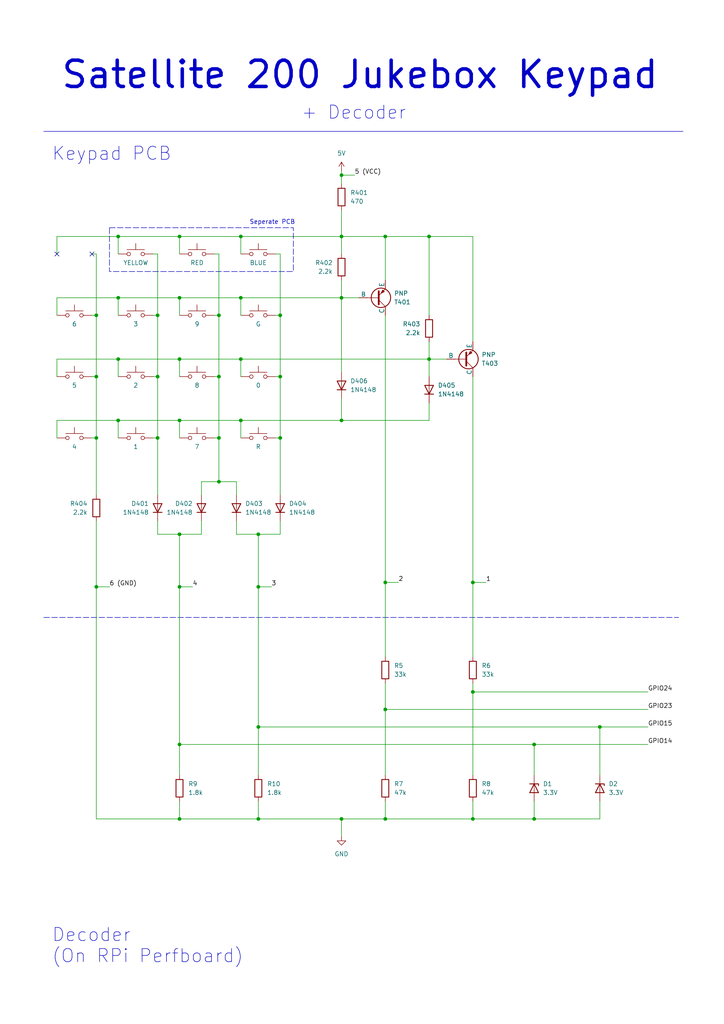
<source format=kicad_sch>
(kicad_sch (version 20250114) (generator "eeschema") (generator_version "9.0")
  (paper "A4" portrait)
  (lib_symbols
    (symbol "Device:D" (pin_numbers (hide yes)) (pin_names (offset 1.016) (hide yes))
      (property "Reference" "D" (at 0 2.54 0))
      (property "Value" "D" (at 0 -2.54 0))
      (symbol "D_0_1"
        (polyline (pts (xy -1.27 1.27) (xy -1.27 -1.27)) (stroke (width 0.254)))
        (polyline (pts (xy 1.27 1.27) (xy 1.27 -1.27) (xy -1.27 0) (xy 1.27 1.27)) (stroke (width 0.254)))
        (polyline (pts (xy 1.27 0) (xy -1.27 0)))
      )
      (symbol "D_1_1"
        (pin passive line (at -3.81 0 0) (length 2.54) (name "K") (number "1"))
        (pin passive line (at 3.81 0 180) (length 2.54) (name "A") (number "2"))
      )
    )
    (symbol "Device:D_Zener" (pin_numbers (hide yes)) (pin_names (offset 1.016) (hide yes))
      (property "Reference" "D" (at 0 2.54 0))
      (property "Value" "D_Zener" (at 0 -2.54 0))
      (symbol "D_Zener_0_1"
        (polyline (pts (xy -1.27 -1.27) (xy -1.27 1.27) (xy -0.762 1.27)) (stroke (width 0.254)))
        (polyline (pts (xy 1.27 0) (xy -1.27 0)))
        (polyline (pts (xy 1.27 -1.27) (xy 1.27 1.27) (xy -1.27 0) (xy 1.27 -1.27)) (stroke (width 0.254)))
      )
      (symbol "D_Zener_1_1"
        (pin passive line (at -3.81 0 0) (length 2.54) (name "K") (number "1"))
        (pin passive line (at 3.81 0 180) (length 2.54) (name "A") (number "2"))
      )
    )
    (symbol "Device:R" (pin_numbers (hide yes)) (pin_names (offset 0))
      (property "Reference" "R" (at 2.032 0 90))
      (property "Value" "R" (at 0 0 90))
      (symbol "R_0_1"
        (rectangle (start -1.016 -2.54) (end 1.016 2.54) (stroke (width 0.254)))
      )
      (symbol "R_1_1"
        (pin passive line (at 0 3.81 270) (length 1.27) (name "~") (number "1"))
        (pin passive line (at 0 -3.81 90) (length 1.27) (name "~") (number "2"))
      )
    )
    (symbol "Simulation_SPICE:PNP" (pin_numbers (hide yes)) (pin_names (offset 0))
      (property "Reference" "Q" (at -2.54 7.62 0))
      (property "Value" "PNP" (at -2.54 5.08 0))
      (symbol "PNP_0_1"
        (polyline (pts (xy -2.54 0) (xy 0.635 0)) (stroke (width 0.1524)))
        (polyline (pts (xy 0.635 1.905) (xy 0.635 -1.905) (xy 0.635 -1.905)) (stroke (width 0.508)))
        (polyline (pts (xy 0.635 0.635) (xy 2.54 2.54)))
        (polyline (pts (xy 0.635 -0.635) (xy 2.54 -2.54) (xy 2.54 -2.54)))
        (circle (center 1.27 0) (radius 2.8194) (stroke (width 0.254)))
        (polyline (pts (xy 2.286 -1.778) (xy 1.778 -2.286) (xy 1.27 -1.27) (xy 2.286 -1.778) (xy 2.286 -1.778)) (fill (type outline)))
      )
      (symbol "PNP_1_1"
        (pin input line (at -5.08 0 0) (length 2.54) (name "B") (number "2"))
        (pin open_collector line (at 2.54 5.08 270) (length 2.54) (name "C") (number "1"))
        (pin open_emitter line (at 2.54 -5.08 90) (length 2.54) (name "E") (number "3"))
      )
    )
    (symbol "Switch:SW_Push" (pin_numbers (hide yes)) (pin_names (offset 1.016) (hide yes))
      (property "Reference" "SW" (at 1.27 2.54 0))
      (property "Value" "SW_Push" (at 0 -1.524 0))
      (symbol "SW_Push_0_1"
        (circle (center -2.032 0) (radius 0.508))
        (polyline (pts (xy 0 1.27) (xy 0 3.048)))
        (circle (center 2.032 0) (radius 0.508))
        (polyline (pts (xy 2.54 1.27) (xy -2.54 1.27)))
        (pin passive line (at -5.08 0 0) (length 2.54) (name "1") (number "1"))
        (pin passive line (at 5.08 0 180) (length 2.54) (name "2") (number "2"))
      )
    )
    (symbol "power:GND" (power) (pin_numbers (hide yes)) (pin_names (offset 0) (hide yes))
      (property "Value" "GND" (at 0 -3.81 0))
      (symbol "GND_0_1"
        (polyline (pts (xy 0 0) (xy 0 -1.27) (xy 1.27 -1.27) (xy 0 -2.54) (xy -1.27 -1.27) (xy 0 -1.27)))
      )
      (symbol "GND_1_1"
        (pin power_in line (at 0 0 270) (length 0) (name "~") (number "1"))
      )
    )
    (symbol "power:VCC" (power) (pin_numbers (hide yes)) (pin_names (offset 0) (hide yes))
      (property "Value" "VCC" (at 0 3.556 0))
      (symbol "VCC_0_1"
        (polyline (pts (xy -0.762 1.27) (xy 0 2.54)))
        (polyline (pts (xy 0 2.54) (xy 0.762 1.27)))
        (polyline (pts (xy 0 0) (xy 0 2.54)))
      )
      (symbol "VCC_1_1"
        (pin power_in line (at 0 0 90) (length 0) (name "~") (number "1"))
      )
    )
  )
  (rectangle (start 31.75 66.04) (end 85.09 78.74) (stroke (width 0) (type dash)))
  (text "Satellite 200 Jukebox Keypad" (at 104.394 21.844 0) (effects (font (size 7.62 7.62) (thickness 1.016) (bold yes))))
  (text "Keypad PCB" (at 14.986 44.704 0) (effects (font (size 3.81 3.81)) (justify left)))
  (text "Seperate PCB" (at 78.994 64.516 0) (effects (font (size 1.27 1.27))))
  (text "+ Decoder" (at 102.616 32.766 0) (effects (font (size 3.81 3.81))))
  (text "Decoder \n(On RPi Perfboard)" (at 14.986 274.32 0) (effects (font (size 3.81 3.81)) (justify left)))
  (junction (at 81.28 109.22))
  (junction (at 99.06 121.92))
  (junction (at 81.28 127))
  (junction (at 34.29 104.14))
  (junction (at 99.06 50.8))
  (junction (at 69.85 121.92))
  (junction (at 45.72 127))
  (junction (at 34.29 121.92))
  (junction (at 137.16 200.66))
  (junction (at 111.76 237.49))
  (junction (at 74.93 154.94))
  (junction (at 99.06 68.58))
  (junction (at 173.99 210.82))
  (junction (at 74.93 237.49))
  (junction (at 52.07 237.49))
  (junction (at 69.85 86.36))
  (junction (at 63.5 127))
  (junction (at 52.07 215.9))
  (junction (at 69.85 104.14))
  (junction (at 111.76 168.91))
  (junction (at 99.06 86.36))
  (junction (at 154.94 237.49))
  (junction (at 81.28 91.44))
  (junction (at 124.46 68.58))
  (junction (at 27.94 170.18))
  (junction (at 52.07 154.94))
  (junction (at 63.5 91.44))
  (junction (at 137.16 237.49))
  (junction (at 34.29 68.58))
  (junction (at 45.72 91.44))
  (junction (at 52.07 86.36))
  (junction (at 27.94 109.22))
  (junction (at 63.5 109.22))
  (junction (at 34.29 86.36))
  (junction (at 45.72 109.22))
  (junction (at 124.46 104.14))
  (junction (at 74.93 170.18))
  (junction (at 111.76 205.74))
  (junction (at 27.94 91.44))
  (junction (at 111.76 68.58))
  (junction (at 154.94 215.9))
  (junction (at 137.16 168.91))
  (junction (at 74.93 210.82))
  (junction (at 27.94 127))
  (junction (at 52.07 68.58))
  (junction (at 69.85 68.58))
  (junction (at 52.07 121.92))
  (junction (at 52.07 170.18))
  (junction (at 63.5 139.7))
  (junction (at 52.07 104.14))
  (junction (at 99.06 237.49))
  (no_connect (at 16.51 73.66))
  (no_connect (at 26.67 73.66))
  (wire (pts (xy 52.07 68.58) (xy 69.85 68.58)))
  (wire (pts (xy 16.51 86.36) (xy 16.51 91.44)))
  (wire (pts (xy 45.72 143.51) (xy 45.72 127)))
  (wire (pts (xy 16.51 68.58) (xy 34.29 68.58)))
  (wire (pts (xy 62.23 127) (xy 63.5 127)))
  (wire (pts (xy 137.16 168.91) (xy 137.16 190.5)))
  (wire (pts (xy 27.94 151.13) (xy 27.94 170.18)))
  (wire (pts (xy 62.23 73.66) (xy 63.5 73.66)))
  (wire (pts (xy 124.46 116.84) (xy 124.46 121.92)))
  (wire (pts (xy 52.07 104.14) (xy 52.07 109.22)))
  (polyline (pts (xy 12.7 38.1) (xy 198.12 38.1)))
  (wire (pts (xy 74.93 210.82) (xy 173.99 210.82)))
  (wire (pts (xy 44.45 73.66) (xy 45.72 73.66)))
  (wire (pts (xy 52.07 86.36) (xy 52.07 91.44)))
  (wire (pts (xy 137.16 68.58) (xy 124.46 68.58)))
  (wire (pts (xy 99.06 237.49) (xy 99.06 242.57)))
  (wire (pts (xy 63.5 139.7) (xy 68.58 139.7)))
  (wire (pts (xy 81.28 143.51) (xy 81.28 127)))
  (wire (pts (xy 137.16 68.58) (xy 137.16 99.06)))
  (wire (pts (xy 69.85 68.58) (xy 99.06 68.58)))
  (wire (pts (xy 27.94 109.22) (xy 27.94 91.44)))
  (wire (pts (xy 52.07 232.41) (xy 52.07 237.49)))
  (wire (pts (xy 137.16 237.49) (xy 154.94 237.49)))
  (wire (pts (xy 16.51 68.58) (xy 16.51 73.66)))
  (wire (pts (xy 16.51 104.14) (xy 16.51 109.22)))
  (wire (pts (xy 99.06 68.58) (xy 99.06 73.66)))
  (wire (pts (xy 45.72 109.22) (xy 45.72 91.44)))
  (wire (pts (xy 99.06 81.28) (xy 99.06 86.36)))
  (wire (pts (xy 137.16 109.22) (xy 137.16 168.91)))
  (wire (pts (xy 63.5 109.22) (xy 63.5 127)))
  (wire (pts (xy 27.94 170.18) (xy 31.75 170.18)))
  (wire (pts (xy 173.99 237.49) (xy 154.94 237.49)))
  (wire (pts (xy 27.94 91.44) (xy 27.94 73.66)))
  (wire (pts (xy 69.85 121.92) (xy 69.85 127)))
  (wire (pts (xy 62.23 109.22) (xy 63.5 109.22)))
  (wire (pts (xy 99.06 121.92) (xy 124.46 121.92)))
  (wire (pts (xy 81.28 127) (xy 81.28 109.22)))
  (wire (pts (xy 16.51 104.14) (xy 34.29 104.14)))
  (wire (pts (xy 34.29 121.92) (xy 34.29 127)))
  (wire (pts (xy 124.46 104.14) (xy 129.54 104.14)))
  (wire (pts (xy 27.94 143.51) (xy 27.94 127)))
  (wire (pts (xy 154.94 232.41) (xy 154.94 237.49)))
  (wire (pts (xy 52.07 215.9) (xy 154.94 215.9)))
  (wire (pts (xy 173.99 210.82) (xy 173.99 224.79)))
  (wire (pts (xy 16.51 86.36) (xy 34.29 86.36)))
  (wire (pts (xy 52.07 104.14) (xy 69.85 104.14)))
  (wire (pts (xy 63.5 127) (xy 63.5 139.7)))
  (wire (pts (xy 173.99 232.41) (xy 173.99 237.49)))
  (wire (pts (xy 80.01 73.66) (xy 81.28 73.66)))
  (wire (pts (xy 68.58 151.13) (xy 68.58 154.94)))
  (wire (pts (xy 58.42 139.7) (xy 63.5 139.7)))
  (wire (pts (xy 74.93 170.18) (xy 78.74 170.18)))
  (wire (pts (xy 99.06 50.8) (xy 102.87 50.8)))
  (wire (pts (xy 74.93 154.94) (xy 81.28 154.94)))
  (wire (pts (xy 52.07 154.94) (xy 52.07 170.18)))
  (wire (pts (xy 111.76 237.49) (xy 137.16 237.49)))
  (wire (pts (xy 137.16 168.91) (xy 140.97 168.91)))
  (polyline (pts (xy 12.7 179.07) (xy 196.85 179.07)) (stroke (width 0) (type dash)))
  (wire (pts (xy 99.06 68.58) (xy 111.76 68.58)))
  (wire (pts (xy 99.06 49.53) (xy 99.06 50.8)))
  (wire (pts (xy 111.76 198.12) (xy 111.76 205.74)))
  (wire (pts (xy 124.46 68.58) (xy 124.46 91.44)))
  (wire (pts (xy 52.07 215.9) (xy 52.07 224.79)))
  (wire (pts (xy 99.06 237.49) (xy 111.76 237.49)))
  (wire (pts (xy 99.06 115.57) (xy 99.06 121.92)))
  (wire (pts (xy 80.01 109.22) (xy 81.28 109.22)))
  (wire (pts (xy 137.16 200.66) (xy 187.96 200.66)))
  (wire (pts (xy 45.72 91.44) (xy 45.72 73.66)))
  (wire (pts (xy 34.29 68.58) (xy 52.07 68.58)))
  (wire (pts (xy 34.29 68.58) (xy 34.29 73.66)))
  (wire (pts (xy 111.76 168.91) (xy 115.57 168.91)))
  (wire (pts (xy 99.06 86.36) (xy 99.06 107.95)))
  (wire (pts (xy 63.5 91.44) (xy 63.5 109.22)))
  (wire (pts (xy 69.85 104.14) (xy 124.46 104.14)))
  (wire (pts (xy 111.76 205.74) (xy 111.76 224.79)))
  (wire (pts (xy 34.29 86.36) (xy 34.29 91.44)))
  (wire (pts (xy 16.51 121.92) (xy 34.29 121.92)))
  (wire (pts (xy 52.07 237.49) (xy 74.93 237.49)))
  (wire (pts (xy 74.93 237.49) (xy 99.06 237.49)))
  (wire (pts (xy 27.94 170.18) (xy 27.94 237.49)))
  (wire (pts (xy 58.42 154.94) (xy 58.42 151.13)))
  (wire (pts (xy 69.85 121.92) (xy 99.06 121.92)))
  (wire (pts (xy 111.76 168.91) (xy 111.76 190.5)))
  (wire (pts (xy 34.29 104.14) (xy 34.29 109.22)))
  (wire (pts (xy 27.94 127) (xy 27.94 109.22)))
  (wire (pts (xy 137.16 232.41) (xy 137.16 237.49)))
  (wire (pts (xy 69.85 86.36) (xy 52.07 86.36)))
  (wire (pts (xy 124.46 99.06) (xy 124.46 104.14)))
  (wire (pts (xy 52.07 154.94) (xy 58.42 154.94)))
  (wire (pts (xy 52.07 121.92) (xy 69.85 121.92)))
  (wire (pts (xy 69.85 104.14) (xy 69.85 109.22)))
  (wire (pts (xy 81.28 109.22) (xy 81.28 91.44)))
  (wire (pts (xy 52.07 121.92) (xy 52.07 127)))
  (wire (pts (xy 52.07 170.18) (xy 55.88 170.18)))
  (wire (pts (xy 81.28 91.44) (xy 81.28 73.66)))
  (wire (pts (xy 45.72 127) (xy 45.72 109.22)))
  (wire (pts (xy 26.67 91.44) (xy 27.94 91.44)))
  (wire (pts (xy 26.67 73.66) (xy 27.94 73.66)))
  (wire (pts (xy 111.76 205.74) (xy 187.96 205.74)))
  (wire (pts (xy 44.45 127) (xy 45.72 127)))
  (wire (pts (xy 80.01 91.44) (xy 81.28 91.44)))
  (wire (pts (xy 111.76 232.41) (xy 111.76 237.49)))
  (wire (pts (xy 63.5 73.66) (xy 63.5 91.44)))
  (wire (pts (xy 111.76 91.44) (xy 111.76 168.91)))
  (wire (pts (xy 34.29 104.14) (xy 52.07 104.14)))
  (wire (pts (xy 62.23 91.44) (xy 63.5 91.44)))
  (wire (pts (xy 52.07 86.36) (xy 34.29 86.36)))
  (wire (pts (xy 44.45 91.44) (xy 45.72 91.44)))
  (wire (pts (xy 69.85 68.58) (xy 69.85 73.66)))
  (wire (pts (xy 26.67 127) (xy 27.94 127)))
  (wire (pts (xy 52.07 68.58) (xy 52.07 73.66)))
  (wire (pts (xy 44.45 109.22) (xy 45.72 109.22)))
  (wire (pts (xy 45.72 151.13) (xy 45.72 154.94)))
  (wire (pts (xy 99.06 86.36) (xy 104.14 86.36)))
  (wire (pts (xy 26.67 109.22) (xy 27.94 109.22)))
  (wire (pts (xy 74.93 154.94) (xy 74.93 170.18)))
  (wire (pts (xy 154.94 215.9) (xy 187.96 215.9)))
  (wire (pts (xy 45.72 154.94) (xy 52.07 154.94)))
  (wire (pts (xy 58.42 143.51) (xy 58.42 139.7)))
  (wire (pts (xy 74.93 232.41) (xy 74.93 237.49)))
  (wire (pts (xy 80.01 127) (xy 81.28 127)))
  (wire (pts (xy 124.46 68.58) (xy 111.76 68.58)))
  (wire (pts (xy 34.29 121.92) (xy 52.07 121.92)))
  (wire (pts (xy 99.06 50.8) (xy 99.06 53.34)))
  (wire (pts (xy 69.85 86.36) (xy 69.85 91.44)))
  (wire (pts (xy 74.93 210.82) (xy 74.93 224.79)))
  (wire (pts (xy 99.06 86.36) (xy 69.85 86.36)))
  (wire (pts (xy 111.76 81.28) (xy 111.76 68.58)))
  (wire (pts (xy 137.16 198.12) (xy 137.16 200.66)))
  (wire (pts (xy 27.94 237.49) (xy 52.07 237.49)))
  (wire (pts (xy 99.06 60.96) (xy 99.06 68.58)))
  (wire (pts (xy 154.94 215.9) (xy 154.94 224.79)))
  (wire (pts (xy 16.51 121.92) (xy 16.51 127)))
  (wire (pts (xy 124.46 104.14) (xy 124.46 109.22)))
  (wire (pts (xy 68.58 154.94) (xy 74.93 154.94)))
  (wire (pts (xy 68.58 139.7) (xy 68.58 143.51)))
  (wire (pts (xy 52.07 170.18) (xy 52.07 215.9)))
  (wire (pts (xy 81.28 154.94) (xy 81.28 151.13)))
  (wire (pts (xy 173.99 210.82) (xy 187.96 210.82)))
  (wire (pts (xy 137.16 200.66) (xy 137.16 224.79)))
  (wire (pts (xy 74.93 170.18) (xy 74.93 210.82)))
  (label "GPIO24" (at 187.96 200.66 0))
  (label "GPIO15" (at 187.96 210.82 0))
  (label "GPIO14" (at 187.96 215.9 0))
  (label "4" (at 55.88 170.18 0))
  (label "2" (at 115.57 168.91 0))
  (label "5 (VCC)" (at 102.87 50.8 0))
  (label "GPIO23" (at 187.96 205.74 0))
  (label "6 (GND)" (at 31.75 170.18 0))
  (label "1" (at 140.97 168.91 0))
  (label "3" (at 78.74 170.18 0))
  (symbol (lib_id "Device:D_Zener") (at 154.94 228.6 270) (unit 1)
    (property "Reference" "D1" (at 157.48 227.3299 90) (effects (justify left)))
    (property "Value" "3.3V" (at 157.48 229.8699 90) (effects (justify left)))
    (property "Description" "Zener diode" (effects (hide yes)))
  )
  (symbol (lib_id "Device:D") (at 68.58 147.32 90) (unit 1)
    (property "Reference" "D403" (at 71.12 146.0499 90) (effects (justify right)))
    (property "Value" "1N4148" (at 71.12 148.5899 90) (effects (justify right)))
    (property "Description" "Diode" (effects (hide yes)))
    (property "Sim.Device" "D" (effects (hide yes)))
    (property "Sim.Pins" "1=K 2=A" (effects (hide yes)))
  )
  (symbol (lib_id "Device:R") (at 111.76 194.31 0) (mirror y) (unit 1)
    (property "Reference" "R5" (at 114.3 193.0399 0) (effects (justify right)))
    (property "Value" "33k" (at 114.3 195.5799 0) (effects (justify right)))
    (property "Description" "Resistor" (effects (hide yes)))
  )
  (symbol (lib_id "Simulation_SPICE:PNP") (at 109.22 86.36 0) (mirror x) (unit 1)
    (property "Reference" "T401" (at 114.3 87.6301 0) (effects (justify left)))
    (property "Value" "PNP" (at 114.3 85.0901 0) (effects (justify left)))
    (property "Datasheet" "https://ngspice.sourceforge.io/docs/ngspice-html-manual/manual.xhtml#cha_BJTs" (effects (hide yes)))
    (property "Description" "Bipolar transistor symbol for simulation only, substrate tied to the emitter" (effects (hide yes)))
    (property "Sim.Device" "PNP" (effects (hide yes)))
    (property "Sim.Type" "GUMMELPOON" (effects (hide yes)))
    (property "Sim.Pins" "1=C 2=B 3=E" (effects (hide yes)))
  )
  (symbol (lib_id "Device:R") (at 74.93 228.6 0) (mirror y) (unit 1)
    (property "Reference" "R10" (at 77.47 227.3299 0) (effects (justify right)))
    (property "Value" "1.8k" (at 77.47 229.8699 0) (effects (justify right)))
    (property "Description" "Resistor" (effects (hide yes)))
  )
  (symbol (lib_id "Device:R") (at 52.07 228.6 0) (mirror y) (unit 1)
    (property "Reference" "R9" (at 54.61 227.3299 0) (effects (justify right)))
    (property "Value" "1.8k" (at 54.61 229.8699 0) (effects (justify right)))
    (property "Description" "Resistor" (effects (hide yes)))
  )
  (symbol (lib_id "Switch:SW_Push") (at 57.15 73.66 0) (unit 1)
    (property "Reference" "RED" (at 57.15 76.2 0))
    (property "Value" "SW_Push" (effects (hide yes)))
    (property "Description" "Push button switch, generic, two pins" (effects (hide yes)))
  )
  (symbol (lib_id "Switch:SW_Push") (at 74.93 91.44 0) (unit 1)
    (property "Reference" "SW8" (effects (hide yes)))
    (property "Value" "G" (at 74.93 93.98 0))
    (property "Description" "Push button switch, generic, two pins" (effects (hide yes)))
  )
  (symbol (lib_id "Switch:SW_Push") (at 57.15 127 0) (unit 1)
    (property "Reference" "SW15" (effects (hide yes)))
    (property "Value" "7" (at 57.15 129.54 0))
    (property "Description" "Push button switch, generic, two pins" (effects (hide yes)))
  )
  (symbol (lib_id "Device:D") (at 124.46 113.03 270) (mirror x) (unit 1)
    (property "Reference" "D405" (at 127 111.7599 90) (effects (justify left)))
    (property "Value" "1N4148" (at 127 114.2999 90) (effects (justify left)))
    (property "Description" "Diode" (effects (hide yes)))
    (property "Sim.Device" "D" (effects (hide yes)))
    (property "Sim.Pins" "1=K 2=A" (effects (hide yes)))
  )
  (symbol (lib_id "Switch:SW_Push") (at 39.37 109.22 0) (unit 1)
    (property "Reference" "SW10" (effects (hide yes)))
    (property "Value" "2" (at 39.37 111.76 0))
    (property "Description" "Push button switch, generic, two pins" (effects (hide yes)))
  )
  (symbol (lib_id "Switch:SW_Push") (at 39.37 91.44 0) (unit 1)
    (property "Reference" "SW6" (effects (hide yes)))
    (property "Value" "3" (at 39.37 93.98 0))
    (property "Description" "Push button switch, generic, two pins" (effects (hide yes)))
  )
  (symbol (lib_id "Switch:SW_Push") (at 57.15 109.22 0) (unit 1)
    (property "Reference" "SW11" (effects (hide yes)))
    (property "Value" "8" (at 57.15 111.76 0))
    (property "Description" "Push button switch, generic, two pins" (effects (hide yes)))
  )
  (symbol (lib_id "Switch:SW_Push") (at 57.15 91.44 0) (unit 1)
    (property "Reference" "SW7" (effects (hide yes)))
    (property "Value" "9" (at 57.15 93.98 0))
    (property "Description" "Push button switch, generic, two pins" (effects (hide yes)))
  )
  (symbol (lib_id "Switch:SW_Push") (at 39.37 73.66 0) (unit 1)
    (property "Reference" "YELLOW" (at 39.37 76.2 0))
    (property "Value" "SW_Push" (effects (hide yes)))
    (property "Description" "Push button switch, generic, two pins" (effects (hide yes)))
  )
  (symbol (lib_id "Switch:SW_Push") (at 74.93 73.66 0) (unit 1)
    (property "Reference" "BLUE" (at 74.93 76.2 0))
    (property "Value" "SW_Push" (effects (hide yes)))
    (property "Description" "Push button switch, generic, two pins" (effects (hide yes)))
  )
  (symbol (lib_id "Device:R") (at 99.06 57.15 0) (mirror y) (unit 1)
    (property "Reference" "R401" (at 101.6 55.8799 0) (effects (justify right)))
    (property "Value" "470" (at 101.6 58.4199 0) (effects (justify right)))
    (property "Description" "Resistor" (effects (hide yes)))
  )
  (symbol (lib_id "power:VCC") (at 99.06 49.53 0) (unit 1)
    (property "Reference" "#PWR01" (effects (hide yes)))
    (property "Value" "5V" (at 99.06 44.45 0))
    (property "Description" "Power symbol creates a global label with name \"VCC\"" (effects (hide yes)))
  )
  (symbol (lib_id "Device:D") (at 45.72 147.32 90) (unit 1)
    (property "Reference" "D401" (at 43.18 146.0499 90) (effects (justify left)))
    (property "Value" "1N4148" (at 43.18 148.5899 90) (effects (justify left)))
    (property "Description" "Diode" (effects (hide yes)))
    (property "Sim.Device" "D" (effects (hide yes)))
    (property "Sim.Pins" "1=K 2=A" (effects (hide yes)))
  )
  (symbol (lib_id "Device:R") (at 111.76 228.6 0) (mirror y) (unit 1)
    (property "Reference" "R7" (at 114.3 227.3299 0) (effects (justify right)))
    (property "Value" "47k" (at 114.3 229.8699 0) (effects (justify right)))
    (property "Description" "Resistor" (effects (hide yes)))
  )
  (symbol (lib_id "Device:R") (at 137.16 228.6 0) (mirror y) (unit 1)
    (property "Reference" "R8" (at 139.7 227.3299 0) (effects (justify right)))
    (property "Value" "47k" (at 139.7 229.8699 0) (effects (justify right)))
    (property "Description" "Resistor" (effects (hide yes)))
  )
  (symbol (lib_id "Device:R") (at 124.46 95.25 0) (mirror x) (unit 1)
    (property "Reference" "R403" (at 121.92 93.9799 0) (effects (justify right)))
    (property "Value" "2.2k" (at 121.92 96.5199 0) (effects (justify right)))
    (property "Description" "Resistor" (effects (hide yes)))
  )
  (symbol (lib_id "Device:D_Zener") (at 173.99 228.6 270) (unit 1)
    (property "Reference" "D2" (at 176.53 227.3299 90) (effects (justify left)))
    (property "Value" "3.3V" (at 176.53 229.8699 90) (effects (justify left)))
    (property "Description" "Zener diode" (effects (hide yes)))
  )
  (symbol (lib_id "Device:R") (at 99.06 77.47 0) (mirror x) (unit 1)
    (property "Reference" "R402" (at 96.52 76.1999 0) (effects (justify right)))
    (property "Value" "2.2k" (at 96.52 78.7399 0) (effects (justify right)))
    (property "Description" "Resistor" (effects (hide yes)))
  )
  (symbol (lib_id "Switch:SW_Push") (at 74.93 109.22 0) (unit 1)
    (property "Reference" "SW12" (effects (hide yes)))
    (property "Value" "0" (at 74.93 111.76 0))
    (property "Description" "Push button switch, generic, two pins" (effects (hide yes)))
  )
  (symbol (lib_id "Switch:SW_Push") (at 21.59 91.44 0) (unit 1)
    (property "Reference" "SW5" (effects (hide yes)))
    (property "Value" "6" (at 21.59 93.98 0))
    (property "Description" "Push button switch, generic, two pins" (effects (hide yes)))
  )
  (symbol (lib_id "power:GND") (at 99.06 242.57 0) (unit 1)
    (property "Reference" "#PWR02" (effects (hide yes)))
    (property "Value" "GND" (at 99.06 247.65 0))
    (property "Description" "Power symbol creates a global label with name \"GND\" , ground" (effects (hide yes)))
  )
  (symbol (lib_id "Simulation_SPICE:PNP") (at 134.62 104.14 0) (mirror x) (unit 1)
    (property "Reference" "T403" (at 139.7 105.4101 0) (effects (justify left)))
    (property "Value" "PNP" (at 139.7 102.8701 0) (effects (justify left)))
    (property "Datasheet" "https://ngspice.sourceforge.io/docs/ngspice-html-manual/manual.xhtml#cha_BJTs" (effects (hide yes)))
    (property "Description" "Bipolar transistor symbol for simulation only, substrate tied to the emitter" (effects (hide yes)))
    (property "Sim.Device" "PNP" (effects (hide yes)))
    (property "Sim.Type" "GUMMELPOON" (effects (hide yes)))
    (property "Sim.Pins" "1=C 2=B 3=E" (effects (hide yes)))
  )
  (symbol (lib_id "Switch:SW_Push") (at 74.93 127 0) (mirror y) (unit 1)
    (property "Reference" "SW16" (effects (hide yes)))
    (property "Value" "R" (at 74.93 129.54 0))
    (property "Description" "Push button switch, generic, two pins" (effects (hide yes)))
  )
  (symbol (lib_id "Switch:SW_Push") (at 21.59 127 0) (unit 1)
    (property "Reference" "SW13" (effects (hide yes)))
    (property "Value" "4" (at 21.59 129.54 0))
    (property "Description" "Push button switch, generic, two pins" (effects (hide yes)))
  )
  (symbol (lib_id "Switch:SW_Push") (at 39.37 127 0) (unit 1)
    (property "Reference" "SW14" (effects (hide yes)))
    (property "Value" "1" (at 39.37 129.54 0))
    (property "Description" "Push button switch, generic, two pins" (effects (hide yes)))
  )
  (symbol (lib_id "Switch:SW_Push") (at 21.59 109.22 0) (unit 1)
    (property "Reference" "SW9" (effects (hide yes)))
    (property "Value" "5" (at 21.59 111.76 0))
    (property "Description" "Push button switch, generic, two pins" (effects (hide yes)))
  )
  (symbol (lib_id "Device:D") (at 58.42 147.32 90) (unit 1)
    (property "Reference" "D402" (at 55.88 146.0499 90) (effects (justify left)))
    (property "Value" "1N4148" (at 55.88 148.5899 90) (effects (justify left)))
    (property "Description" "Diode" (effects (hide yes)))
    (property "Sim.Device" "D" (effects (hide yes)))
    (property "Sim.Pins" "1=K 2=A" (effects (hide yes)))
  )
  (symbol (lib_id "Device:D") (at 81.28 147.32 90) (unit 1)
    (property "Reference" "D404" (at 83.82 146.0499 90) (effects (justify right)))
    (property "Value" "1N4148" (at 83.82 148.5899 90) (effects (justify right)))
    (property "Description" "Diode" (effects (hide yes)))
    (property "Sim.Device" "D" (effects (hide yes)))
    (property "Sim.Pins" "1=K 2=A" (effects (hide yes)))
  )
  (symbol (lib_id "Device:R") (at 137.16 194.31 0) (mirror y) (unit 1)
    (property "Reference" "R6" (at 139.7 193.0399 0) (effects (justify right)))
    (property "Value" "33k" (at 139.7 195.5799 0) (effects (justify right)))
    (property "Description" "Resistor" (effects (hide yes)))
  )
  (symbol (lib_id "Device:R") (at 27.94 147.32 0) (unit 1)
    (property "Reference" "R404" (at 25.4 146.0499 0) (effects (justify right)))
    (property "Value" "2.2k" (at 25.4 148.5899 0) (effects (justify right)))
    (property "Description" "Resistor" (effects (hide yes)))
  )
  (symbol (lib_id "Device:D") (at 99.06 111.76 270) (mirror x) (unit 1)
    (property "Reference" "D406" (at 101.6 110.4899 90) (effects (justify left)))
    (property "Value" "1N4148" (at 101.6 113.0299 90) (effects (justify left)))
    (property "Description" "Diode" (effects (hide yes)))
    (property "Sim.Device" "D" (effects (hide yes)))
    (property "Sim.Pins" "1=K 2=A" (effects (hide yes)))
  )
)
</source>
